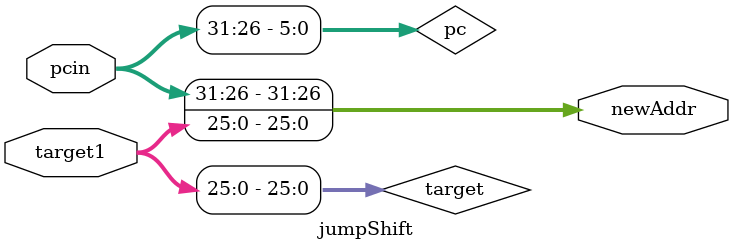
<source format=v>
module jumpShift(input wire [31:0] target1, input wire [31:0] pcin, output wire [31:0] newAddr);
wire [31:26] pc = pcin[31:26];
wire [25:0] target = target1[25:0];
assign newAddr = {pc, target};
endmodule

</source>
